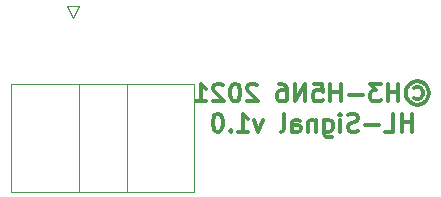
<source format=gbo>
G04 #@! TF.GenerationSoftware,KiCad,Pcbnew,5.1.10*
G04 #@! TF.CreationDate,2021-05-04T22:47:59+02:00*
G04 #@! TF.ProjectId,Signalsimulator,5369676e-616c-4736-996d-756c61746f72,rev?*
G04 #@! TF.SameCoordinates,Original*
G04 #@! TF.FileFunction,Legend,Bot*
G04 #@! TF.FilePolarity,Positive*
%FSLAX46Y46*%
G04 Gerber Fmt 4.6, Leading zero omitted, Abs format (unit mm)*
G04 Created by KiCad (PCBNEW 5.1.10) date 2021-05-04 22:47:59*
%MOMM*%
%LPD*%
G01*
G04 APERTURE LIST*
%ADD10C,0.300000*%
%ADD11C,0.120000*%
%ADD12C,3.200000*%
%ADD13C,1.800000*%
%ADD14R,1.800000X1.800000*%
%ADD15O,1.400000X1.400000*%
%ADD16C,1.400000*%
%ADD17C,1.700000*%
G04 APERTURE END LIST*
D10*
X60641428Y-41440714D02*
X60784285Y-41369285D01*
X61070000Y-41369285D01*
X61212857Y-41440714D01*
X61355714Y-41583571D01*
X61427142Y-41726428D01*
X61427142Y-42012142D01*
X61355714Y-42155000D01*
X61212857Y-42297857D01*
X61070000Y-42369285D01*
X60784285Y-42369285D01*
X60641428Y-42297857D01*
X60927142Y-40869285D02*
X61284285Y-40940714D01*
X61641428Y-41155000D01*
X61855714Y-41512142D01*
X61927142Y-41869285D01*
X61855714Y-42226428D01*
X61641428Y-42583571D01*
X61284285Y-42797857D01*
X60927142Y-42869285D01*
X60570000Y-42797857D01*
X60212857Y-42583571D01*
X59998571Y-42226428D01*
X59927142Y-41869285D01*
X59998571Y-41512142D01*
X60212857Y-41155000D01*
X60570000Y-40940714D01*
X60927142Y-40869285D01*
X59284285Y-42583571D02*
X59284285Y-41083571D01*
X59284285Y-41797857D02*
X58427142Y-41797857D01*
X58427142Y-42583571D02*
X58427142Y-41083571D01*
X57855714Y-41083571D02*
X56927142Y-41083571D01*
X57427142Y-41655000D01*
X57212857Y-41655000D01*
X57070000Y-41726428D01*
X56998571Y-41797857D01*
X56927142Y-41940714D01*
X56927142Y-42297857D01*
X56998571Y-42440714D01*
X57070000Y-42512142D01*
X57212857Y-42583571D01*
X57641428Y-42583571D01*
X57784285Y-42512142D01*
X57855714Y-42440714D01*
X56284285Y-42012142D02*
X55141428Y-42012142D01*
X54427142Y-42583571D02*
X54427142Y-41083571D01*
X54427142Y-41797857D02*
X53570000Y-41797857D01*
X53570000Y-42583571D02*
X53570000Y-41083571D01*
X52141428Y-41083571D02*
X52855714Y-41083571D01*
X52927142Y-41797857D01*
X52855714Y-41726428D01*
X52712857Y-41655000D01*
X52355714Y-41655000D01*
X52212857Y-41726428D01*
X52141428Y-41797857D01*
X52070000Y-41940714D01*
X52070000Y-42297857D01*
X52141428Y-42440714D01*
X52212857Y-42512142D01*
X52355714Y-42583571D01*
X52712857Y-42583571D01*
X52855714Y-42512142D01*
X52927142Y-42440714D01*
X51427142Y-42583571D02*
X51427142Y-41083571D01*
X50570000Y-42583571D01*
X50570000Y-41083571D01*
X49212857Y-41083571D02*
X49498571Y-41083571D01*
X49641428Y-41155000D01*
X49712857Y-41226428D01*
X49855714Y-41440714D01*
X49927142Y-41726428D01*
X49927142Y-42297857D01*
X49855714Y-42440714D01*
X49784285Y-42512142D01*
X49641428Y-42583571D01*
X49355714Y-42583571D01*
X49212857Y-42512142D01*
X49141428Y-42440714D01*
X49070000Y-42297857D01*
X49070000Y-41940714D01*
X49141428Y-41797857D01*
X49212857Y-41726428D01*
X49355714Y-41655000D01*
X49641428Y-41655000D01*
X49784285Y-41726428D01*
X49855714Y-41797857D01*
X49927142Y-41940714D01*
X47355714Y-41226428D02*
X47284285Y-41155000D01*
X47141428Y-41083571D01*
X46784285Y-41083571D01*
X46641428Y-41155000D01*
X46570000Y-41226428D01*
X46498571Y-41369285D01*
X46498571Y-41512142D01*
X46570000Y-41726428D01*
X47427142Y-42583571D01*
X46498571Y-42583571D01*
X45570000Y-41083571D02*
X45427142Y-41083571D01*
X45284285Y-41155000D01*
X45212857Y-41226428D01*
X45141428Y-41369285D01*
X45070000Y-41655000D01*
X45070000Y-42012142D01*
X45141428Y-42297857D01*
X45212857Y-42440714D01*
X45284285Y-42512142D01*
X45427142Y-42583571D01*
X45570000Y-42583571D01*
X45712857Y-42512142D01*
X45784285Y-42440714D01*
X45855714Y-42297857D01*
X45927142Y-42012142D01*
X45927142Y-41655000D01*
X45855714Y-41369285D01*
X45784285Y-41226428D01*
X45712857Y-41155000D01*
X45570000Y-41083571D01*
X44498571Y-41226428D02*
X44427142Y-41155000D01*
X44284285Y-41083571D01*
X43927142Y-41083571D01*
X43784285Y-41155000D01*
X43712857Y-41226428D01*
X43641428Y-41369285D01*
X43641428Y-41512142D01*
X43712857Y-41726428D01*
X44570000Y-42583571D01*
X43641428Y-42583571D01*
X42212857Y-42583571D02*
X43070000Y-42583571D01*
X42641428Y-42583571D02*
X42641428Y-41083571D01*
X42784285Y-41297857D01*
X42927142Y-41440714D01*
X43070000Y-41512142D01*
X60462857Y-45133571D02*
X60462857Y-43633571D01*
X60462857Y-44347857D02*
X59605714Y-44347857D01*
X59605714Y-45133571D02*
X59605714Y-43633571D01*
X58177142Y-45133571D02*
X58891428Y-45133571D01*
X58891428Y-43633571D01*
X57677142Y-44562142D02*
X56534285Y-44562142D01*
X55891428Y-45062142D02*
X55677142Y-45133571D01*
X55320000Y-45133571D01*
X55177142Y-45062142D01*
X55105714Y-44990714D01*
X55034285Y-44847857D01*
X55034285Y-44705000D01*
X55105714Y-44562142D01*
X55177142Y-44490714D01*
X55320000Y-44419285D01*
X55605714Y-44347857D01*
X55748571Y-44276428D01*
X55820000Y-44205000D01*
X55891428Y-44062142D01*
X55891428Y-43919285D01*
X55820000Y-43776428D01*
X55748571Y-43705000D01*
X55605714Y-43633571D01*
X55248571Y-43633571D01*
X55034285Y-43705000D01*
X54391428Y-45133571D02*
X54391428Y-44133571D01*
X54391428Y-43633571D02*
X54462857Y-43705000D01*
X54391428Y-43776428D01*
X54320000Y-43705000D01*
X54391428Y-43633571D01*
X54391428Y-43776428D01*
X53034285Y-44133571D02*
X53034285Y-45347857D01*
X53105714Y-45490714D01*
X53177142Y-45562142D01*
X53320000Y-45633571D01*
X53534285Y-45633571D01*
X53677142Y-45562142D01*
X53034285Y-45062142D02*
X53177142Y-45133571D01*
X53462857Y-45133571D01*
X53605714Y-45062142D01*
X53677142Y-44990714D01*
X53748571Y-44847857D01*
X53748571Y-44419285D01*
X53677142Y-44276428D01*
X53605714Y-44205000D01*
X53462857Y-44133571D01*
X53177142Y-44133571D01*
X53034285Y-44205000D01*
X52320000Y-44133571D02*
X52320000Y-45133571D01*
X52320000Y-44276428D02*
X52248571Y-44205000D01*
X52105714Y-44133571D01*
X51891428Y-44133571D01*
X51748571Y-44205000D01*
X51677142Y-44347857D01*
X51677142Y-45133571D01*
X50320000Y-45133571D02*
X50320000Y-44347857D01*
X50391428Y-44205000D01*
X50534285Y-44133571D01*
X50820000Y-44133571D01*
X50962857Y-44205000D01*
X50320000Y-45062142D02*
X50462857Y-45133571D01*
X50820000Y-45133571D01*
X50962857Y-45062142D01*
X51034285Y-44919285D01*
X51034285Y-44776428D01*
X50962857Y-44633571D01*
X50820000Y-44562142D01*
X50462857Y-44562142D01*
X50320000Y-44490714D01*
X49391428Y-45133571D02*
X49534285Y-45062142D01*
X49605714Y-44919285D01*
X49605714Y-43633571D01*
X47820000Y-44133571D02*
X47462857Y-45133571D01*
X47105714Y-44133571D01*
X45748571Y-45133571D02*
X46605714Y-45133571D01*
X46177142Y-45133571D02*
X46177142Y-43633571D01*
X46320000Y-43847857D01*
X46462857Y-43990714D01*
X46605714Y-44062142D01*
X45105714Y-44990714D02*
X45034285Y-45062142D01*
X45105714Y-45133571D01*
X45177142Y-45062142D01*
X45105714Y-44990714D01*
X45105714Y-45133571D01*
X44105714Y-43633571D02*
X43962857Y-43633571D01*
X43820000Y-43705000D01*
X43748571Y-43776428D01*
X43677142Y-43919285D01*
X43605714Y-44205000D01*
X43605714Y-44562142D01*
X43677142Y-44847857D01*
X43748571Y-44990714D01*
X43820000Y-45062142D01*
X43962857Y-45133571D01*
X44105714Y-45133571D01*
X44248571Y-45062142D01*
X44320000Y-44990714D01*
X44391428Y-44847857D01*
X44462857Y-44562142D01*
X44462857Y-44205000D01*
X44391428Y-43919285D01*
X44320000Y-43776428D01*
X44248571Y-43705000D01*
X44105714Y-43633571D01*
D11*
X32250000Y-34480000D02*
X31750000Y-35480000D01*
X31250000Y-34480000D02*
X32250000Y-34480000D01*
X31750000Y-35480000D02*
X31250000Y-34480000D01*
X42040000Y-41100000D02*
X26540000Y-41100000D01*
X42040000Y-50220000D02*
X42040000Y-41100000D01*
X26540000Y-50220000D02*
X42040000Y-50220000D01*
X26540000Y-41100000D02*
X26540000Y-50220000D01*
X36340000Y-41100000D02*
X36340000Y-50220000D01*
X32240000Y-41100000D02*
X32240000Y-50220000D01*
%LPC*%
D12*
X59690000Y-29210000D03*
D13*
X59690000Y-39370000D03*
D14*
X57150000Y-39370000D03*
X49530000Y-31750000D03*
D13*
X52070000Y-31750000D03*
X52070000Y-57150000D03*
D14*
X49530000Y-57150000D03*
X49530000Y-49530000D03*
D13*
X52070000Y-49530000D03*
X59690000Y-46990000D03*
D14*
X57150000Y-46990000D03*
X49530000Y-39370000D03*
D13*
X52070000Y-39370000D03*
D15*
X34290000Y-29210000D03*
D16*
X41910000Y-29210000D03*
X36830000Y-26670000D03*
D15*
X29210000Y-26670000D03*
D16*
X45720000Y-59690000D03*
D15*
X45720000Y-52070000D03*
X45720000Y-39370000D03*
D16*
X45720000Y-46990000D03*
D15*
X31750000Y-31750000D03*
D16*
X39370000Y-31750000D03*
G36*
G01*
X31150000Y-35980000D02*
X32350000Y-35980000D01*
G75*
G02*
X32600000Y-36230000I0J-250000D01*
G01*
X32600000Y-37430000D01*
G75*
G02*
X32350000Y-37680000I-250000J0D01*
G01*
X31150000Y-37680000D01*
G75*
G02*
X30900000Y-37430000I0J250000D01*
G01*
X30900000Y-36230000D01*
G75*
G02*
X31150000Y-35980000I250000J0D01*
G01*
G37*
D17*
X34290000Y-36830000D03*
X36830000Y-36830000D03*
X31750000Y-39370000D03*
X34290000Y-39370000D03*
X36830000Y-39370000D03*
D12*
X59690000Y-59690000D03*
M02*

</source>
